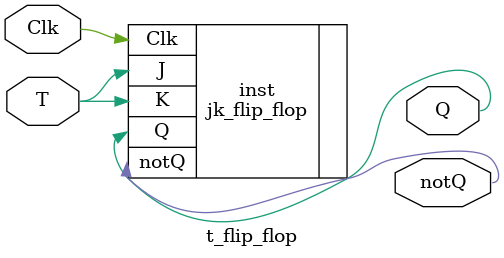
<source format=v>
module t_flip_flop(
    input T, Clk,
    output Q, notQ
);
    
    jk_flip_flop inst(
        .J(T),
        .K(T),
        .Clk(Clk),
        .Q(Q),
        .notQ(notQ)
    );
    
    
endmodule
</source>
